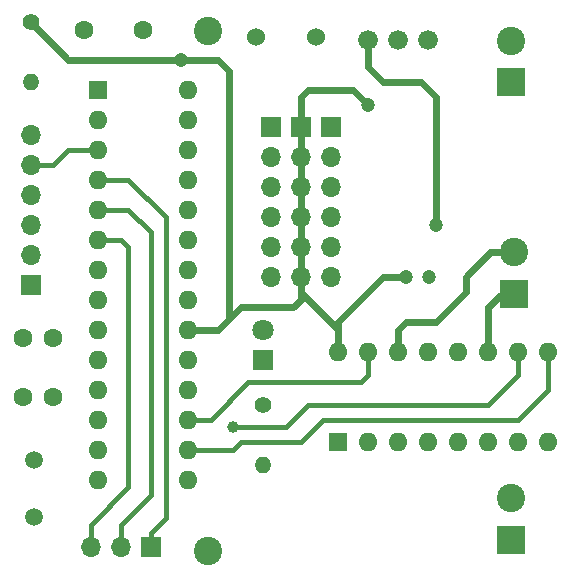
<source format=gtl>
G04 #@! TF.GenerationSoftware,KiCad,Pcbnew,(5.1.4)-1*
G04 #@! TF.CreationDate,2019-09-25T21:42:55+02:00*
G04 #@! TF.ProjectId,MicoBot1,4d69636f-426f-4743-912e-6b696361645f,rev?*
G04 #@! TF.SameCoordinates,Original*
G04 #@! TF.FileFunction,Copper,L1,Top*
G04 #@! TF.FilePolarity,Positive*
%FSLAX46Y46*%
G04 Gerber Fmt 4.6, Leading zero omitted, Abs format (unit mm)*
G04 Created by KiCad (PCBNEW (5.1.4)-1) date 2019-09-25 21:42:55*
%MOMM*%
%LPD*%
G04 APERTURE LIST*
%ADD10C,2.400000*%
%ADD11R,1.600000X1.600000*%
%ADD12O,1.600000X1.600000*%
%ADD13C,1.524000*%
%ADD14C,1.676400*%
%ADD15C,1.400000*%
%ADD16O,1.400000X1.400000*%
%ADD17R,1.800000X1.800000*%
%ADD18C,1.800000*%
%ADD19C,1.600000*%
%ADD20C,1.500000*%
%ADD21C,1.200000*%
%ADD22R,2.400000X2.400000*%
%ADD23R,1.700000X1.700000*%
%ADD24O,1.700000X1.700000*%
%ADD25C,1.000000*%
%ADD26C,0.600000*%
%ADD27C,0.400000*%
G04 APERTURE END LIST*
D10*
X118500000Y-147000000D03*
X118500000Y-103000000D03*
D11*
X109220000Y-107950000D03*
D12*
X116840000Y-140970000D03*
X109220000Y-110490000D03*
X116840000Y-138430000D03*
X109220000Y-113030000D03*
X116840000Y-135890000D03*
X109220000Y-115570000D03*
X116840000Y-133350000D03*
X109220000Y-118110000D03*
X116840000Y-130810000D03*
X109220000Y-120650000D03*
X116840000Y-128270000D03*
X109220000Y-123190000D03*
X116840000Y-125730000D03*
X109220000Y-125730000D03*
X116840000Y-123190000D03*
X109220000Y-128270000D03*
X116840000Y-120650000D03*
X109220000Y-130810000D03*
X116840000Y-118110000D03*
X109220000Y-133350000D03*
X116840000Y-115570000D03*
X109220000Y-135890000D03*
X116840000Y-113030000D03*
X109220000Y-138430000D03*
X116840000Y-110490000D03*
X109220000Y-140970000D03*
X116840000Y-107950000D03*
D11*
X129540000Y-137795000D03*
D12*
X147320000Y-130175000D03*
X132080000Y-137795000D03*
X144780000Y-130175000D03*
X134620000Y-137795000D03*
X142240000Y-130175000D03*
X137160000Y-137795000D03*
X139700000Y-130175000D03*
X139700000Y-137795000D03*
X137160000Y-130175000D03*
X142240000Y-137795000D03*
X134620000Y-130175000D03*
X144780000Y-137795000D03*
X132080000Y-130175000D03*
X147320000Y-137795000D03*
X129540000Y-130175000D03*
D13*
X122555000Y-103505000D03*
X127635000Y-103505000D03*
D14*
X132080000Y-103759000D03*
X137160000Y-103759000D03*
X134620000Y-103759000D03*
D15*
X123190000Y-134620000D03*
D16*
X123190000Y-139700000D03*
D17*
X123190000Y-130810000D03*
D18*
X123190000Y-128270000D03*
D19*
X105410000Y-133985000D03*
X105410000Y-128985000D03*
X102870000Y-128985000D03*
X102870000Y-133985000D03*
X113030000Y-102870000D03*
X108030000Y-102870000D03*
D15*
X103505000Y-102235000D03*
D16*
X103505000Y-107315000D03*
D20*
X103759000Y-144145000D03*
X103759000Y-139265000D03*
D21*
X135255000Y-123825000D03*
X137255000Y-123825000D03*
D22*
X144145000Y-107315000D03*
D10*
X144145000Y-103815000D03*
D22*
X144145000Y-146050000D03*
D10*
X144145000Y-142550000D03*
X144399000Y-121722000D03*
D22*
X144399000Y-125222000D03*
D23*
X123825000Y-111125000D03*
D24*
X123825000Y-113665000D03*
X123825000Y-116205000D03*
X123825000Y-118745000D03*
X123825000Y-121285000D03*
X123825000Y-123825000D03*
D23*
X113665000Y-146685000D03*
D24*
X111125000Y-146685000D03*
X108585000Y-146685000D03*
X103505000Y-111760000D03*
X103505000Y-114300000D03*
X103505000Y-116840000D03*
X103505000Y-119380000D03*
X103505000Y-121920000D03*
D23*
X103505000Y-124460000D03*
D24*
X126365000Y-123825000D03*
X126365000Y-121285000D03*
X126365000Y-118745000D03*
X126365000Y-116205000D03*
X126365000Y-113665000D03*
D23*
X126365000Y-111125000D03*
X128905000Y-111125000D03*
D24*
X128905000Y-113665000D03*
X128905000Y-116205000D03*
X128905000Y-118745000D03*
X128905000Y-121285000D03*
X128905000Y-123825000D03*
D21*
X132080000Y-109220000D03*
X116205000Y-105410000D03*
D25*
X120650000Y-136525000D03*
D21*
X137795000Y-119380000D03*
D26*
X132080000Y-109220000D02*
X130810000Y-107950000D01*
X130810000Y-107950000D02*
X127000000Y-107950000D01*
X126365000Y-108585000D02*
X126365000Y-111125000D01*
X127000000Y-107950000D02*
X126365000Y-108585000D01*
X126365000Y-111125000D02*
X126365000Y-123825000D01*
X129540000Y-128270000D02*
X129540000Y-130175000D01*
X126365000Y-123825000D02*
X126365000Y-125095000D01*
X126365000Y-125095000D02*
X129540000Y-128270000D01*
X129540000Y-127635000D02*
X129540000Y-128270000D01*
X135255000Y-123825000D02*
X133350000Y-123825000D01*
X133350000Y-123825000D02*
X129540000Y-127635000D01*
X126365000Y-125095000D02*
X126365000Y-125730000D01*
X126365000Y-125730000D02*
X125730000Y-126365000D01*
X125730000Y-126365000D02*
X121285000Y-126365000D01*
X119380000Y-128270000D02*
X116840000Y-128270000D01*
X120332500Y-127317500D02*
X120332500Y-106362500D01*
X120332500Y-127317500D02*
X119380000Y-128270000D01*
X121285000Y-126365000D02*
X120332500Y-127317500D01*
X120332500Y-106362500D02*
X119380000Y-105410000D01*
X119380000Y-105410000D02*
X116205000Y-105410000D01*
X106680000Y-105410000D02*
X103505000Y-102235000D01*
X116205000Y-105410000D02*
X106680000Y-105410000D01*
D27*
X120650000Y-138430000D02*
X116840000Y-138430000D01*
X147320000Y-133350000D02*
X144780000Y-135890000D01*
X147320000Y-130175000D02*
X147320000Y-133350000D01*
X144780000Y-135890000D02*
X128270000Y-135890000D01*
X128270000Y-135890000D02*
X126365000Y-137795000D01*
X126365000Y-137795000D02*
X121285000Y-137795000D01*
X121285000Y-137795000D02*
X120650000Y-138430000D01*
X118745000Y-135890000D02*
X116840000Y-135890000D01*
X121920000Y-132715000D02*
X118745000Y-135890000D01*
X131445000Y-132715000D02*
X121920000Y-132715000D01*
X132080000Y-130175000D02*
X132080000Y-132080000D01*
X132080000Y-132080000D02*
X131445000Y-132715000D01*
X144780000Y-130175000D02*
X144780000Y-132080000D01*
X144780000Y-132080000D02*
X142875000Y-133985000D01*
X142875000Y-133985000D02*
X142240000Y-134620000D01*
X142240000Y-134620000D02*
X127000000Y-134620000D01*
X127000000Y-134620000D02*
X125095000Y-136525000D01*
X125095000Y-136525000D02*
X120650000Y-136525000D01*
D26*
X134620000Y-128270000D02*
X134620000Y-130175000D01*
X142438000Y-121722000D02*
X140335000Y-123825000D01*
X144399000Y-121722000D02*
X142438000Y-121722000D01*
X140335000Y-123825000D02*
X140335000Y-125095000D01*
X140335000Y-125095000D02*
X137795000Y-127635000D01*
X137795000Y-127635000D02*
X135255000Y-127635000D01*
X135255000Y-127635000D02*
X134620000Y-128270000D01*
X144399000Y-125222000D02*
X143383000Y-125222000D01*
X143383000Y-125222000D02*
X142240000Y-126365000D01*
X142240000Y-126365000D02*
X142240000Y-130175000D01*
X132080000Y-103759000D02*
X132080000Y-106045000D01*
X132080000Y-106045000D02*
X133350000Y-107315000D01*
X133350000Y-107315000D02*
X136525000Y-107315000D01*
X136525000Y-107315000D02*
X137795000Y-108585000D01*
X137795000Y-108585000D02*
X137795000Y-119380000D01*
D27*
X111760000Y-115570000D02*
X109220000Y-115570000D01*
X114935000Y-118745000D02*
X111760000Y-115570000D01*
X114935000Y-144165000D02*
X114935000Y-118745000D01*
X113665000Y-146685000D02*
X113665000Y-145435000D01*
X113665000Y-145435000D02*
X114935000Y-144165000D01*
X111760000Y-118110000D02*
X109220000Y-118110000D01*
X113665000Y-120015000D02*
X111760000Y-118110000D01*
X113665000Y-142240000D02*
X113665000Y-120015000D01*
X111125000Y-146685000D02*
X111125000Y-144780000D01*
X111125000Y-144780000D02*
X113665000Y-142240000D01*
X111125000Y-120650000D02*
X109220000Y-120650000D01*
X111760000Y-121285000D02*
X111125000Y-120650000D01*
X111760000Y-141605000D02*
X111760000Y-121285000D01*
X108585000Y-146685000D02*
X108585000Y-144780000D01*
X108585000Y-144780000D02*
X111760000Y-141605000D01*
X103505000Y-114300000D02*
X105410000Y-114300000D01*
X105410000Y-114300000D02*
X106680000Y-113030000D01*
X106680000Y-113030000D02*
X109220000Y-113030000D01*
M02*

</source>
